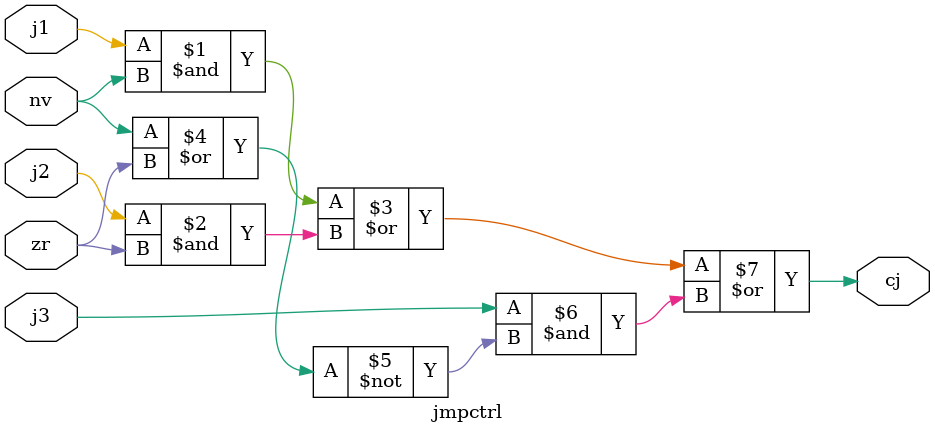
<source format=v>
module jmpctrl(j1,j2,j3,zr,nv,cj);
    input j1,j2,j3,zr,nv;
    output cj;
  assign cj = ((j1&nv)|(j2&zr)|(j3&~(nv|zr)));
endmodule
</source>
